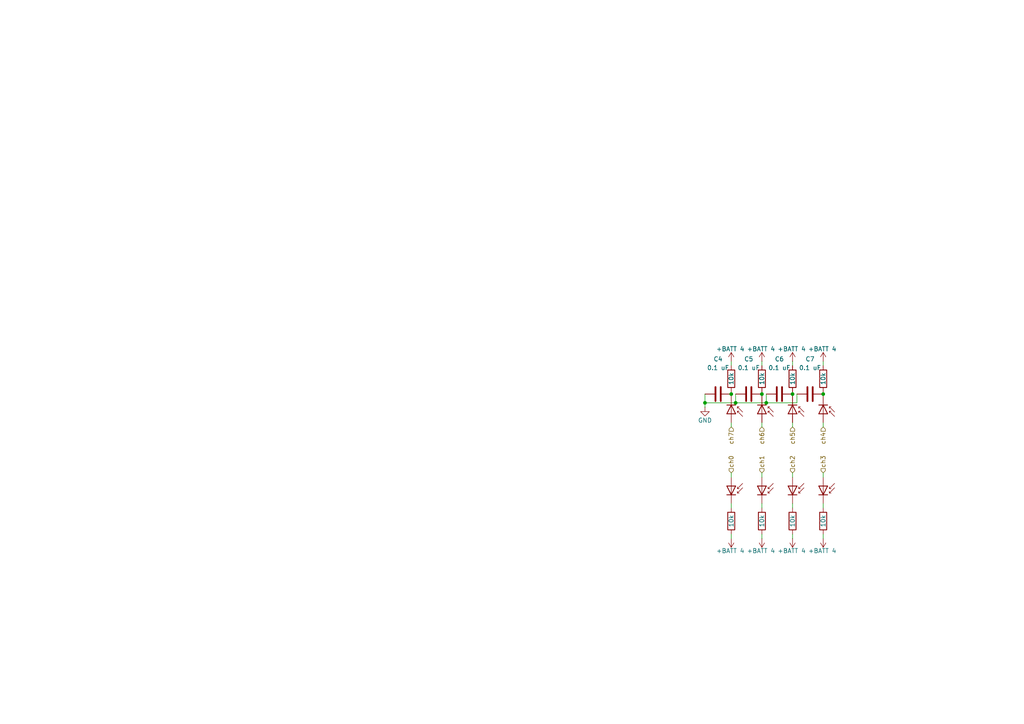
<source format=kicad_sch>
(kicad_sch (version 20231120) (generator "eeschema") (generator_version "8.0")
  (paper "A4")
  (title_block (date "2025-04-28") (comment 1 "Adding the 0.1uF Caps between the SiPM and resisitor"))
  (lib_symbols
    (symbol "Device:C" (pin_numbers hide) (pin_names (offset 0.254))
      (property "Reference" "C" (at 0.635 2.54 0))
      (property "Value" "C" (at 0.635 -2.54 0))
      (symbol "C_0_1"
        (polyline (pts (xy -2.032 -0.762) (xy 2.032 -0.762)) (stroke (width 0.508)))
        (polyline (pts (xy -2.032 0.762) (xy 2.032 0.762)) (stroke (width 0.508)))
      )
      (symbol "C_1_1"
        (pin passive line (at 0 3.81 270) (length 2.794) (name "~") (number "1"))
        (pin passive line (at 0 -3.81 90) (length 2.794) (name "~") (number "2"))
      )
    )
    (symbol "Device:D_SiPM" (pin_numbers hide) (pin_names hide)
      (property "Reference" "D" (at 1.778 1.778 0))
      (property "Value" "D_SiPM" (at 0.254 -2.794 0))
      (symbol "D_SiPM_0_1"
        (polyline (pts (xy -1.27 0) (xy 1.27 0)))
        (polyline (pts (xy -1.27 1.27) (xy -1.27 -1.27)) (stroke (width 0.254)))
        (polyline (pts (xy -0.762 1.778) (xy -0.254 1.778)))
        (polyline (pts (xy 1.27 1.27) (xy 1.27 -1.27)) (stroke (width 0.254)))
        (polyline (pts (xy 0.762 3.302) (xy -0.762 1.778) (xy -0.762 2.286)))
        (polyline (pts (xy 1.27 1.27) (xy -1.27 0) (xy 1.27 -1.27)) (stroke (width 0.254)))
        (polyline (pts (xy 2.032 3.302) (xy 0.508 1.778) (xy 0.508 2.286) (xy 0.508 1.778) (xy 1.016 1.778)))
      )
      (symbol "D_SiPM_1_1"
        (pin passive line (at -3.81 0 0) (length 2.54) (name "K") (number "1"))
        (pin passive line (at 3.81 0 180) (length 2.54) (name "A") (number "2"))
      )
    )
    (symbol "Device:R" (pin_numbers hide) (pin_names (offset 0))
      (property "Reference" "R" (at 2.032 0 90))
      (property "Value" "R" (at 0 0 90))
      (symbol "R_0_1"
        (rectangle (start -1.016 -2.54) (end 1.016 2.54) (stroke (width 0.254)))
      )
      (symbol "R_1_1"
        (pin passive line (at 0 3.81 270) (length 1.27) (name "~") (number "1"))
        (pin passive line (at 0 -3.81 90) (length 1.27) (name "~") (number "2"))
      )
    )
    (symbol "power:+BATT" (power) (pin_numbers hide) (pin_names (offset 0) hide)
      (property "Value" "+BATT" (at 0 3.556 0))
      (symbol "+BATT_0_1"
        (polyline (pts (xy -0.762 1.27) (xy 0 2.54)))
        (polyline (pts (xy 0 0) (xy 0 2.54)))
        (polyline (pts (xy 0 2.54) (xy 0.762 1.27)))
      )
      (symbol "+BATT_1_1"
        (pin power_in line (at 0 0 90) (length 0) (name "~") (number "1"))
      )
    )
    (symbol "power:GND" (power) (pin_numbers hide) (pin_names (offset 0) hide)
      (property "Value" "GND" (at 0 -3.81 0))
      (symbol "GND_0_1"
        (polyline (pts (xy 0 0) (xy 0 -1.27) (xy 1.27 -1.27) (xy 0 -2.54) (xy -1.27 -1.27) (xy 0 -1.27)))
      )
      (symbol "GND_1_1"
        (pin power_in line (at 0 0 270) (length 0) (name "~") (number "1"))
      )
    )
  )
  (junction (at 212.09 114.3))
  (junction (at 204.47 116.84))
  (junction (at 222.25 116.84))
  (junction (at 213.36 116.84))
  (junction (at 238.76 114.3))
  (junction (at 229.87 114.3))
  (junction (at 220.98 114.3))
  (wire (pts (xy 238.76 146.05) (xy 238.76 147.32)))
  (wire (pts (xy 213.36 114.3) (xy 213.36 116.84)))
  (wire (pts (xy 231.14 116.84) (xy 222.25 116.84)))
  (wire (pts (xy 220.98 154.94) (xy 220.98 156.21)))
  (wire (pts (xy 238.76 137.16) (xy 238.76 138.43)))
  (wire (pts (xy 212.09 146.05) (xy 212.09 147.32)))
  (wire (pts (xy 212.09 114.3) (xy 212.09 113.665)))
  (wire (pts (xy 229.87 137.16) (xy 229.87 138.43)))
  (wire (pts (xy 229.87 123.825) (xy 229.87 122.555)))
  (wire (pts (xy 220.98 114.935) (xy 220.98 114.3)))
  (wire (pts (xy 229.87 154.94) (xy 229.87 156.21)))
  (wire (pts (xy 220.98 123.825) (xy 220.98 122.555)))
  (wire (pts (xy 212.09 154.94) (xy 212.09 156.21)))
  (wire (pts (xy 220.98 114.3) (xy 220.98 113.665)))
  (wire (pts (xy 222.25 114.3) (xy 222.25 116.84)))
  (wire (pts (xy 212.09 123.825) (xy 212.09 122.555)))
  (wire (pts (xy 204.47 114.3) (xy 204.47 116.84)))
  (wire (pts (xy 213.36 116.84) (xy 204.47 116.84)))
  (wire (pts (xy 238.76 123.825) (xy 238.76 122.555)))
  (wire (pts (xy 238.76 114.935) (xy 238.76 114.3)))
  (wire (pts (xy 231.14 114.3) (xy 231.14 116.84)))
  (wire (pts (xy 238.76 114.3) (xy 238.76 113.665)))
  (wire (pts (xy 222.25 116.84) (xy 213.36 116.84)))
  (wire (pts (xy 238.76 154.94) (xy 238.76 156.21)))
  (wire (pts (xy 212.09 106.045) (xy 212.09 104.775)))
  (wire (pts (xy 238.76 106.045) (xy 238.76 104.775)))
  (wire (pts (xy 204.47 116.84) (xy 204.47 118.11)))
  (wire (pts (xy 229.87 114.935) (xy 229.87 114.3)))
  (wire (pts (xy 220.98 106.045) (xy 220.98 104.775)))
  (wire (pts (xy 220.98 146.05) (xy 220.98 147.32)))
  (wire (pts (xy 212.09 137.16) (xy 212.09 138.43)))
  (wire (pts (xy 220.98 137.16) (xy 220.98 138.43)))
  (wire (pts (xy 229.87 146.05) (xy 229.87 147.32)))
  (wire (pts (xy 212.09 114.935) (xy 212.09 114.3)))
  (wire (pts (xy 229.87 114.3) (xy 229.87 113.665)))
  (wire (pts (xy 229.87 106.045) (xy 229.87 104.775)))
  (hierarchical_label "ch5" (shape input) (at 229.87 123.825 270))
  (hierarchical_label "ch4" (shape input) (at 238.76 123.825 270))
  (hierarchical_label "ch6" (shape input) (at 220.98 123.825 270))
  (hierarchical_label "ch7" (shape input) (at 212.09 123.825 270))
  (hierarchical_label "ch0" (shape input) (at 212.09 137.16 90))
  (hierarchical_label "ch3" (shape input) (at 238.76 137.16 90))
  (hierarchical_label "ch2" (shape input) (at 229.87 137.16 90))
  (hierarchical_label "ch1" (shape input) (at 220.98 137.16 90))
  (symbol (lib_id "power:+BATT") (at 220.98 104.775 0) (unit 1)
    (property "Reference" "#PWR059" (effects (hide yes)))
    (property "Value" "+BATT 4" (at 220.726 101.219 0))
    (property "Description" "Power symbol creates a global label with name \"+BATT\"" (effects (hide yes)))
  )
  (symbol (lib_id "power:+BATT") (at 238.76 156.21 0) (mirror x) (unit 1)
    (property "Reference" "#PWR064" (effects (hide yes)))
    (property "Value" "+BATT 4" (at 238.506 159.766 0))
    (property "Description" "Power symbol creates a global label with name \"+BATT\"" (effects (hide yes)))
  )
  (symbol (lib_id "Device:D_SiPM") (at 212.09 118.745 270) (unit 1)
    (property "Reference" "D57" (effects (hide yes)))
    (property "Value" "D_SiPM" (effects (hide yes)))
    (property "Footprint" "kicad-mza:Hamamatsu_S10362-11-100P-plus" (effects (hide yes)))
    (property "Description" "Silicon photomultiplier" (effects (hide yes)))
  )
  (symbol (lib_id "Device:D_SiPM") (at 212.09 142.24 270) (mirror x) (unit 1)
    (property "Reference" "D58" (effects (hide yes)))
    (property "Value" "D_SiPM" (effects (hide yes)))
    (property "Footprint" "kicad-mza:Hamamatsu_S10362-11-100P-plus" (effects (hide yes)))
    (property "Description" "Silicon photomultiplier" (effects (hide yes)))
  )
  (symbol (lib_id "Device:R") (at 229.87 151.13 0) (mirror x) (unit 1)
    (property "Reference" "R62" (effects (hide yes)))
    (property "Value" "10k" (at 229.87 151.13 90))
    (property "Footprint" "kicad-mza:0603" (effects (hide yes)))
    (property "Description" "Resistor" (effects (hide yes)))
  )
  (symbol (lib_id "power:+BATT") (at 238.76 104.775 0) (unit 1)
    (property "Reference" "#PWR063" (effects (hide yes)))
    (property "Value" "+BATT 4" (at 238.506 101.219 0))
    (property "Description" "Power symbol creates a global label with name \"+BATT\"" (effects (hide yes)))
  )
  (symbol (lib_id "Device:C") (at 226.06 114.3 90) (unit 1)
    (property "Reference" "C6" (at 226.06 104.14 90))
    (property "Value" "0.1 uF" (at 226.06 106.68 90))
    (property "Footprint" "Capacitor_SMD:C_0603_1608Metric_Pad1.08x0.95mm_HandSolder" (effects (hide yes)))
    (property "Description" "Unpolarized capacitor" (effects (hide yes)))
  )
  (symbol (lib_id "Device:R") (at 212.09 109.855 0) (unit 1)
    (property "Reference" "R57" (effects (hide yes)))
    (property "Value" "10k" (at 212.09 109.855 90))
    (property "Footprint" "kicad-mza:0603" (effects (hide yes)))
    (property "Description" "Resistor" (effects (hide yes)))
  )
  (symbol (lib_id "power:+BATT") (at 229.87 156.21 0) (mirror x) (unit 1)
    (property "Reference" "#PWR062" (effects (hide yes)))
    (property "Value" "+BATT 4" (at 229.616 159.766 0))
    (property "Description" "Power symbol creates a global label with name \"+BATT\"" (effects (hide yes)))
  )
  (symbol (lib_id "Device:R") (at 212.09 151.13 0) (mirror x) (unit 1)
    (property "Reference" "R58" (effects (hide yes)))
    (property "Value" "10k" (at 212.09 151.13 90))
    (property "Footprint" "kicad-mza:0603" (effects (hide yes)))
    (property "Description" "Resistor" (effects (hide yes)))
  )
  (symbol (lib_id "power:+BATT") (at 220.98 156.21 0) (mirror x) (unit 1)
    (property "Reference" "#PWR060" (effects (hide yes)))
    (property "Value" "+BATT 4" (at 220.726 159.766 0))
    (property "Description" "Power symbol creates a global label with name \"+BATT\"" (effects (hide yes)))
  )
  (symbol (lib_id "power:+BATT") (at 229.87 104.775 0) (unit 1)
    (property "Reference" "#PWR061" (effects (hide yes)))
    (property "Value" "+BATT 4" (at 229.616 101.219 0))
    (property "Description" "Power symbol creates a global label with name \"+BATT\"" (effects (hide yes)))
  )
  (symbol (lib_id "Device:D_SiPM") (at 229.87 118.745 270) (unit 1)
    (property "Reference" "D61" (effects (hide yes)))
    (property "Value" "D_SiPM" (effects (hide yes)))
    (property "Footprint" "kicad-mza:Hamamatsu_S10362-11-100P-plus" (effects (hide yes)))
    (property "Description" "Silicon photomultiplier" (effects (hide yes)))
  )
  (symbol (lib_id "Device:R") (at 220.98 151.13 0) (mirror x) (unit 1)
    (property "Reference" "R60" (effects (hide yes)))
    (property "Value" "10k" (at 220.98 151.13 90))
    (property "Footprint" "kicad-mza:0603" (effects (hide yes)))
    (property "Description" "Resistor" (effects (hide yes)))
  )
  (symbol (lib_id "power:GND") (at 204.47 118.11 0) (unit 1)
    (property "Reference" "#PWR075" (effects (hide yes)))
    (property "Value" "GND" (at 204.47 121.92 0))
    (property "Description" "Power symbol creates a global label with name \"GND\" , ground" (effects (hide yes)))
  )
  (symbol (lib_id "power:+BATT") (at 212.09 104.775 0) (unit 1)
    (property "Reference" "#PWR057" (effects (hide yes)))
    (property "Value" "+BATT 4" (at 211.836 101.219 0))
    (property "Description" "Power symbol creates a global label with name \"+BATT\"" (effects (hide yes)))
  )
  (symbol (lib_id "Device:D_SiPM") (at 238.76 118.745 270) (unit 1)
    (property "Reference" "D63" (effects (hide yes)))
    (property "Value" "D_SiPM" (effects (hide yes)))
    (property "Footprint" "kicad-mza:Hamamatsu_S10362-11-100P-plus" (effects (hide yes)))
    (property "Description" "Silicon photomultiplier" (effects (hide yes)))
  )
  (symbol (lib_id "Device:C") (at 208.28 114.3 90) (unit 1)
    (property "Reference" "C4" (at 208.28 104.14 90))
    (property "Value" "0.1 uF" (at 208.28 106.68 90))
    (property "Footprint" "Capacitor_SMD:C_0603_1608Metric_Pad1.08x0.95mm_HandSolder" (effects (hide yes)))
    (property "Description" "Unpolarized capacitor" (effects (hide yes)))
  )
  (symbol (lib_id "Device:D_SiPM") (at 238.76 142.24 270) (mirror x) (unit 1)
    (property "Reference" "D64" (effects (hide yes)))
    (property "Value" "D_SiPM" (effects (hide yes)))
    (property "Footprint" "kicad-mza:Hamamatsu_S10362-11-100P-plus" (effects (hide yes)))
    (property "Description" "Silicon photomultiplier" (effects (hide yes)))
  )
  (symbol (lib_id "Device:R") (at 238.76 151.13 0) (mirror x) (unit 1)
    (property "Reference" "R64" (effects (hide yes)))
    (property "Value" "10k" (at 238.76 151.13 90))
    (property "Footprint" "kicad-mza:0603" (effects (hide yes)))
    (property "Description" "Resistor" (effects (hide yes)))
  )
  (symbol (lib_id "Device:D_SiPM") (at 220.98 142.24 270) (mirror x) (unit 1)
    (property "Reference" "D60" (effects (hide yes)))
    (property "Value" "D_SiPM" (effects (hide yes)))
    (property "Footprint" "kicad-mza:Hamamatsu_S10362-11-100P-plus" (effects (hide yes)))
    (property "Description" "Silicon photomultiplier" (effects (hide yes)))
  )
  (symbol (lib_id "power:+BATT") (at 212.09 156.21 0) (mirror x) (unit 1)
    (property "Reference" "#PWR058" (effects (hide yes)))
    (property "Value" "+BATT 4" (at 211.836 159.766 0))
    (property "Description" "Power symbol creates a global label with name \"+BATT\"" (effects (hide yes)))
  )
  (symbol (lib_id "Device:R") (at 220.98 109.855 0) (unit 1)
    (property "Reference" "R59" (effects (hide yes)))
    (property "Value" "10k" (at 220.98 109.855 90))
    (property "Footprint" "kicad-mza:0603" (effects (hide yes)))
    (property "Description" "Resistor" (effects (hide yes)))
  )
  (symbol (lib_id "Device:C") (at 217.17 114.3 90) (unit 1)
    (property "Reference" "C5" (at 217.17 104.14 90))
    (property "Value" "0.1 uF" (at 217.17 106.68 90))
    (property "Footprint" "Capacitor_SMD:C_0603_1608Metric_Pad1.08x0.95mm_HandSolder" (effects (hide yes)))
    (property "Description" "Unpolarized capacitor" (effects (hide yes)))
  )
  (symbol (lib_id "Device:R") (at 238.76 109.855 0) (unit 1)
    (property "Reference" "R63" (effects (hide yes)))
    (property "Value" "10k" (at 238.76 109.855 90))
    (property "Footprint" "kicad-mza:0603" (effects (hide yes)))
    (property "Description" "Resistor" (effects (hide yes)))
  )
  (symbol (lib_id "Device:C") (at 234.95 114.3 90) (unit 1)
    (property "Reference" "C7" (at 234.95 104.14 90))
    (property "Value" "0.1 uF" (at 234.95 106.68 90))
    (property "Footprint" "Capacitor_SMD:C_0603_1608Metric_Pad1.08x0.95mm_HandSolder" (effects (hide yes)))
    (property "Description" "Unpolarized capacitor" (effects (hide yes)))
  )
  (symbol (lib_id "Device:D_SiPM") (at 229.87 142.24 270) (mirror x) (unit 1)
    (property "Reference" "D62" (effects (hide yes)))
    (property "Value" "D_SiPM" (effects (hide yes)))
    (property "Footprint" "kicad-mza:Hamamatsu_S10362-11-100P-plus" (effects (hide yes)))
    (property "Description" "Silicon photomultiplier" (effects (hide yes)))
  )
  (symbol (lib_id "Device:D_SiPM") (at 220.98 118.745 270) (unit 1)
    (property "Reference" "D59" (effects (hide yes)))
    (property "Value" "D_SiPM" (effects (hide yes)))
    (property "Footprint" "kicad-mza:Hamamatsu_S10362-11-100P-plus" (effects (hide yes)))
    (property "Description" "Silicon photomultiplier" (effects (hide yes)))
  )
  (symbol (lib_id "Device:R") (at 229.87 109.855 0) (unit 1)
    (property "Reference" "R61" (effects (hide yes)))
    (property "Value" "10k" (at 229.87 109.855 90))
    (property "Footprint" "kicad-mza:0603" (effects (hide yes)))
    (property "Description" "Resistor" (effects (hide yes)))
  )
)
</source>
